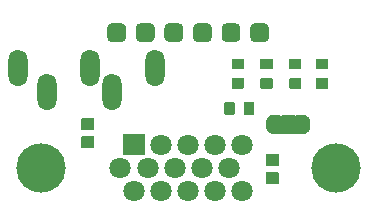
<source format=gbr>
G04 #@! TF.GenerationSoftware,KiCad,Pcbnew,(5.1.8-0-10_14)*
G04 #@! TF.CreationDate,2021-09-18T16:08:48-04:00*
G04 #@! TF.ProjectId,SNES2VGA,534e4553-3256-4474-912e-6b696361645f,1*
G04 #@! TF.SameCoordinates,Original*
G04 #@! TF.FileFunction,Soldermask,Top*
G04 #@! TF.FilePolarity,Negative*
%FSLAX46Y46*%
G04 Gerber Fmt 4.6, Leading zero omitted, Abs format (unit mm)*
G04 Created by KiCad (PCBNEW (5.1.8-0-10_14)) date 2021-09-18 16:08:48*
%MOMM*%
%LPD*%
G01*
G04 APERTURE LIST*
%ADD10C,0.100000*%
%ADD11O,1.609600X3.117600*%
%ADD12C,1.801600*%
%ADD13C,4.167600*%
%ADD14C,0.152400*%
G04 APERTURE END LIST*
D10*
G36*
X150220000Y-104000000D02*
G01*
X148560000Y-104000000D01*
X148560000Y-102600000D01*
X150220000Y-102600000D01*
X150220000Y-104000000D01*
G37*
X150220000Y-104000000D02*
X148560000Y-104000000D01*
X148560000Y-102600000D01*
X150220000Y-102600000D01*
X150220000Y-104000000D01*
G36*
G01*
X131945000Y-102764200D02*
X132915000Y-102764200D01*
G75*
G02*
X132965800Y-102815000I0J-50800D01*
G01*
X132965800Y-103735000D01*
G75*
G02*
X132915000Y-103785800I-50800J0D01*
G01*
X131945000Y-103785800D01*
G75*
G02*
X131894200Y-103735000I0J50800D01*
G01*
X131894200Y-102815000D01*
G75*
G02*
X131945000Y-102764200I50800J0D01*
G01*
G37*
G36*
G01*
X131945000Y-104314200D02*
X132915000Y-104314200D01*
G75*
G02*
X132965800Y-104365000I0J-50800D01*
G01*
X132965800Y-105285000D01*
G75*
G02*
X132915000Y-105335800I-50800J0D01*
G01*
X131945000Y-105335800D01*
G75*
G02*
X131894200Y-105285000I0J50800D01*
G01*
X131894200Y-104365000D01*
G75*
G02*
X131945000Y-104314200I50800J0D01*
G01*
G37*
G36*
G01*
X147575000Y-105799200D02*
X148545000Y-105799200D01*
G75*
G02*
X148595800Y-105850000I0J-50800D01*
G01*
X148595800Y-106770000D01*
G75*
G02*
X148545000Y-106820800I-50800J0D01*
G01*
X147575000Y-106820800D01*
G75*
G02*
X147524200Y-106770000I0J50800D01*
G01*
X147524200Y-105850000D01*
G75*
G02*
X147575000Y-105799200I50800J0D01*
G01*
G37*
G36*
G01*
X147575000Y-107349200D02*
X148545000Y-107349200D01*
G75*
G02*
X148595800Y-107400000I0J-50800D01*
G01*
X148595800Y-108320000D01*
G75*
G02*
X148545000Y-108370800I-50800J0D01*
G01*
X147575000Y-108370800D01*
G75*
G02*
X147524200Y-108320000I0J50800D01*
G01*
X147524200Y-107400000D01*
G75*
G02*
X147575000Y-107349200I50800J0D01*
G01*
G37*
D11*
X126550000Y-98550000D03*
X128950000Y-100550000D03*
X132650000Y-98550000D03*
X134450000Y-100550000D03*
X138150000Y-98550000D03*
G36*
G01*
X146179200Y-95940400D02*
X146179200Y-95139600D01*
G75*
G02*
X146579600Y-94739200I400400J0D01*
G01*
X147380400Y-94739200D01*
G75*
G02*
X147780800Y-95139600I0J-400400D01*
G01*
X147780800Y-95940400D01*
G75*
G02*
X147380400Y-96340800I-400400J0D01*
G01*
X146579600Y-96340800D01*
G75*
G02*
X146179200Y-95940400I0J400400D01*
G01*
G37*
G36*
G01*
X143759200Y-95940400D02*
X143759200Y-95139600D01*
G75*
G02*
X144159600Y-94739200I400400J0D01*
G01*
X144960400Y-94739200D01*
G75*
G02*
X145360800Y-95139600I0J-400400D01*
G01*
X145360800Y-95940400D01*
G75*
G02*
X144960400Y-96340800I-400400J0D01*
G01*
X144159600Y-96340800D01*
G75*
G02*
X143759200Y-95940400I0J400400D01*
G01*
G37*
G36*
G01*
X141339200Y-95940400D02*
X141339200Y-95139600D01*
G75*
G02*
X141739600Y-94739200I400400J0D01*
G01*
X142540400Y-94739200D01*
G75*
G02*
X142940800Y-95139600I0J-400400D01*
G01*
X142940800Y-95940400D01*
G75*
G02*
X142540400Y-96340800I-400400J0D01*
G01*
X141739600Y-96340800D01*
G75*
G02*
X141339200Y-95940400I0J400400D01*
G01*
G37*
G36*
G01*
X138919200Y-95940400D02*
X138919200Y-95139600D01*
G75*
G02*
X139319600Y-94739200I400400J0D01*
G01*
X140120400Y-94739200D01*
G75*
G02*
X140520800Y-95139600I0J-400400D01*
G01*
X140520800Y-95940400D01*
G75*
G02*
X140120400Y-96340800I-400400J0D01*
G01*
X139319600Y-96340800D01*
G75*
G02*
X138919200Y-95940400I0J400400D01*
G01*
G37*
G36*
G01*
X136499200Y-95940400D02*
X136499200Y-95139600D01*
G75*
G02*
X136899600Y-94739200I400400J0D01*
G01*
X137700400Y-94739200D01*
G75*
G02*
X138100800Y-95139600I0J-400400D01*
G01*
X138100800Y-95940400D01*
G75*
G02*
X137700400Y-96340800I-400400J0D01*
G01*
X136899600Y-96340800D01*
G75*
G02*
X136499200Y-95940400I0J400400D01*
G01*
G37*
G36*
G01*
X134079200Y-95940400D02*
X134079200Y-95139600D01*
G75*
G02*
X134479600Y-94739200I400400J0D01*
G01*
X135280400Y-94739200D01*
G75*
G02*
X135680800Y-95139600I0J-400400D01*
G01*
X135680800Y-95940400D01*
G75*
G02*
X135280400Y-96340800I-400400J0D01*
G01*
X134479600Y-96340800D01*
G75*
G02*
X134079200Y-95940400I0J400400D01*
G01*
G37*
D12*
X145505000Y-108980000D03*
X143215000Y-108980000D03*
X140925000Y-108980000D03*
X138635000Y-108980000D03*
X136345000Y-108980000D03*
X144360000Y-107000000D03*
X142070000Y-107000000D03*
X139780000Y-107000000D03*
X137490000Y-107000000D03*
X135200000Y-107000000D03*
X145505000Y-105020000D03*
X143215000Y-105020000D03*
X140925000Y-105020000D03*
X138635000Y-105020000D03*
D13*
X153420000Y-107000000D03*
X128430000Y-107000000D03*
G36*
G01*
X135444200Y-105870000D02*
X135444200Y-104170000D01*
G75*
G02*
X135495000Y-104119200I50800J0D01*
G01*
X137195000Y-104119200D01*
G75*
G02*
X137245800Y-104170000I0J-50800D01*
G01*
X137245800Y-105870000D01*
G75*
G02*
X137195000Y-105920800I-50800J0D01*
G01*
X135495000Y-105920800D01*
G75*
G02*
X135444200Y-105870000I0J50800D01*
G01*
G37*
G36*
G01*
X143984200Y-102425000D02*
X143984200Y-101495000D01*
G75*
G02*
X144035000Y-101444200I50800J0D01*
G01*
X144825000Y-101444200D01*
G75*
G02*
X144875800Y-101495000I0J-50800D01*
G01*
X144875800Y-102425000D01*
G75*
G02*
X144825000Y-102475800I-50800J0D01*
G01*
X144035000Y-102475800D01*
G75*
G02*
X143984200Y-102425000I0J50800D01*
G01*
G37*
G36*
G01*
X145624200Y-102425000D02*
X145624200Y-101495000D01*
G75*
G02*
X145675000Y-101444200I50800J0D01*
G01*
X146465000Y-101444200D01*
G75*
G02*
X146515800Y-101495000I0J-50800D01*
G01*
X146515800Y-102425000D01*
G75*
G02*
X146465000Y-102475800I-50800J0D01*
G01*
X145675000Y-102475800D01*
G75*
G02*
X145624200Y-102425000I0J50800D01*
G01*
G37*
G36*
G01*
X145595000Y-100285800D02*
X144665000Y-100285800D01*
G75*
G02*
X144614200Y-100235000I0J50800D01*
G01*
X144614200Y-99445000D01*
G75*
G02*
X144665000Y-99394200I50800J0D01*
G01*
X145595000Y-99394200D01*
G75*
G02*
X145645800Y-99445000I0J-50800D01*
G01*
X145645800Y-100235000D01*
G75*
G02*
X145595000Y-100285800I-50800J0D01*
G01*
G37*
G36*
G01*
X145595000Y-98645800D02*
X144665000Y-98645800D01*
G75*
G02*
X144614200Y-98595000I0J50800D01*
G01*
X144614200Y-97805000D01*
G75*
G02*
X144665000Y-97754200I50800J0D01*
G01*
X145595000Y-97754200D01*
G75*
G02*
X145645800Y-97805000I0J-50800D01*
G01*
X145645800Y-98595000D01*
G75*
G02*
X145595000Y-98645800I-50800J0D01*
G01*
G37*
G36*
G01*
X148025000Y-100285800D02*
X147095000Y-100285800D01*
G75*
G02*
X147044200Y-100235000I0J50800D01*
G01*
X147044200Y-99445000D01*
G75*
G02*
X147095000Y-99394200I50800J0D01*
G01*
X148025000Y-99394200D01*
G75*
G02*
X148075800Y-99445000I0J-50800D01*
G01*
X148075800Y-100235000D01*
G75*
G02*
X148025000Y-100285800I-50800J0D01*
G01*
G37*
G36*
G01*
X148025000Y-98645800D02*
X147095000Y-98645800D01*
G75*
G02*
X147044200Y-98595000I0J50800D01*
G01*
X147044200Y-97805000D01*
G75*
G02*
X147095000Y-97754200I50800J0D01*
G01*
X148025000Y-97754200D01*
G75*
G02*
X148075800Y-97805000I0J-50800D01*
G01*
X148075800Y-98595000D01*
G75*
G02*
X148025000Y-98645800I-50800J0D01*
G01*
G37*
G36*
G01*
X150475000Y-100285800D02*
X149545000Y-100285800D01*
G75*
G02*
X149494200Y-100235000I0J50800D01*
G01*
X149494200Y-99445000D01*
G75*
G02*
X149545000Y-99394200I50800J0D01*
G01*
X150475000Y-99394200D01*
G75*
G02*
X150525800Y-99445000I0J-50800D01*
G01*
X150525800Y-100235000D01*
G75*
G02*
X150475000Y-100285800I-50800J0D01*
G01*
G37*
G36*
G01*
X150475000Y-98645800D02*
X149545000Y-98645800D01*
G75*
G02*
X149494200Y-98595000I0J50800D01*
G01*
X149494200Y-97805000D01*
G75*
G02*
X149545000Y-97754200I50800J0D01*
G01*
X150475000Y-97754200D01*
G75*
G02*
X150525800Y-97805000I0J-50800D01*
G01*
X150525800Y-98595000D01*
G75*
G02*
X150475000Y-98645800I-50800J0D01*
G01*
G37*
G36*
G01*
X152735000Y-100285800D02*
X151805000Y-100285800D01*
G75*
G02*
X151754200Y-100235000I0J50800D01*
G01*
X151754200Y-99445000D01*
G75*
G02*
X151805000Y-99394200I50800J0D01*
G01*
X152735000Y-99394200D01*
G75*
G02*
X152785800Y-99445000I0J-50800D01*
G01*
X152785800Y-100235000D01*
G75*
G02*
X152735000Y-100285800I-50800J0D01*
G01*
G37*
G36*
G01*
X152735000Y-98645800D02*
X151805000Y-98645800D01*
G75*
G02*
X151754200Y-98595000I0J50800D01*
G01*
X151754200Y-97805000D01*
G75*
G02*
X151805000Y-97754200I50800J0D01*
G01*
X152735000Y-97754200D01*
G75*
G02*
X152785800Y-97805000I0J-50800D01*
G01*
X152785800Y-98595000D01*
G75*
G02*
X152735000Y-98645800I-50800J0D01*
G01*
G37*
D14*
G36*
X148649911Y-102500176D02*
G01*
X148659440Y-102503067D01*
X148668223Y-102507761D01*
X148675921Y-102514079D01*
X148682239Y-102521777D01*
X148686933Y-102530560D01*
X148689824Y-102540089D01*
X148690800Y-102550000D01*
X148690800Y-104050000D01*
X148689824Y-104059911D01*
X148686933Y-104069440D01*
X148682239Y-104078223D01*
X148675921Y-104085921D01*
X148668223Y-104092239D01*
X148659440Y-104096933D01*
X148649911Y-104099824D01*
X148640000Y-104100800D01*
X148090000Y-104100800D01*
X148083887Y-104100198D01*
X148065466Y-104100198D01*
X148060486Y-104099953D01*
X148011655Y-104095143D01*
X148006725Y-104094412D01*
X147958600Y-104084840D01*
X147953763Y-104083628D01*
X147906808Y-104069384D01*
X147902115Y-104067705D01*
X147856782Y-104048928D01*
X147852274Y-104046796D01*
X147809001Y-104023665D01*
X147804727Y-104021103D01*
X147763928Y-103993843D01*
X147759923Y-103990873D01*
X147721994Y-103959745D01*
X147718300Y-103956397D01*
X147683603Y-103921700D01*
X147680255Y-103918006D01*
X147649127Y-103880077D01*
X147646157Y-103876072D01*
X147618897Y-103835273D01*
X147616335Y-103830999D01*
X147593204Y-103787726D01*
X147591072Y-103783218D01*
X147572295Y-103737885D01*
X147570616Y-103733192D01*
X147556372Y-103686237D01*
X147555160Y-103681400D01*
X147545588Y-103633275D01*
X147544857Y-103628345D01*
X147540047Y-103579514D01*
X147539802Y-103574534D01*
X147539802Y-103556113D01*
X147539200Y-103550000D01*
X147539200Y-103050000D01*
X147539802Y-103043887D01*
X147539802Y-103025466D01*
X147540047Y-103020486D01*
X147544857Y-102971655D01*
X147545588Y-102966725D01*
X147555160Y-102918600D01*
X147556372Y-102913763D01*
X147570616Y-102866808D01*
X147572295Y-102862115D01*
X147591072Y-102816782D01*
X147593204Y-102812274D01*
X147616335Y-102769001D01*
X147618897Y-102764727D01*
X147646157Y-102723928D01*
X147649127Y-102719923D01*
X147680255Y-102681994D01*
X147683603Y-102678300D01*
X147718300Y-102643603D01*
X147721994Y-102640255D01*
X147759923Y-102609127D01*
X147763928Y-102606157D01*
X147804727Y-102578897D01*
X147809001Y-102576335D01*
X147852274Y-102553204D01*
X147856782Y-102551072D01*
X147902115Y-102532295D01*
X147906808Y-102530616D01*
X147953763Y-102516372D01*
X147958600Y-102515160D01*
X148006725Y-102505588D01*
X148011655Y-102504857D01*
X148060486Y-102500047D01*
X148065466Y-102499802D01*
X148083887Y-102499802D01*
X148090000Y-102499200D01*
X148640000Y-102499200D01*
X148649911Y-102500176D01*
G37*
G36*
X150696113Y-102499802D02*
G01*
X150714534Y-102499802D01*
X150719514Y-102500047D01*
X150768345Y-102504857D01*
X150773275Y-102505588D01*
X150821400Y-102515160D01*
X150826237Y-102516372D01*
X150873192Y-102530616D01*
X150877885Y-102532295D01*
X150923218Y-102551072D01*
X150927726Y-102553204D01*
X150970999Y-102576335D01*
X150975273Y-102578897D01*
X151016072Y-102606157D01*
X151020077Y-102609127D01*
X151058006Y-102640255D01*
X151061700Y-102643603D01*
X151096397Y-102678300D01*
X151099745Y-102681994D01*
X151130873Y-102719923D01*
X151133843Y-102723928D01*
X151161103Y-102764727D01*
X151163665Y-102769001D01*
X151186796Y-102812274D01*
X151188928Y-102816782D01*
X151207705Y-102862115D01*
X151209384Y-102866808D01*
X151223628Y-102913763D01*
X151224840Y-102918600D01*
X151234412Y-102966725D01*
X151235143Y-102971655D01*
X151239953Y-103020486D01*
X151240198Y-103025466D01*
X151240198Y-103043887D01*
X151240800Y-103050000D01*
X151240800Y-103550000D01*
X151240198Y-103556113D01*
X151240198Y-103574534D01*
X151239953Y-103579514D01*
X151235143Y-103628345D01*
X151234412Y-103633275D01*
X151224840Y-103681400D01*
X151223628Y-103686237D01*
X151209384Y-103733192D01*
X151207705Y-103737885D01*
X151188928Y-103783218D01*
X151186796Y-103787726D01*
X151163665Y-103830999D01*
X151161103Y-103835273D01*
X151133843Y-103876072D01*
X151130873Y-103880077D01*
X151099745Y-103918006D01*
X151096397Y-103921700D01*
X151061700Y-103956397D01*
X151058006Y-103959745D01*
X151020077Y-103990873D01*
X151016072Y-103993843D01*
X150975273Y-104021103D01*
X150970999Y-104023665D01*
X150927726Y-104046796D01*
X150923218Y-104048928D01*
X150877885Y-104067705D01*
X150873192Y-104069384D01*
X150826237Y-104083628D01*
X150821400Y-104084840D01*
X150773275Y-104094412D01*
X150768345Y-104095143D01*
X150719514Y-104099953D01*
X150714534Y-104100198D01*
X150696113Y-104100198D01*
X150690000Y-104100800D01*
X150140000Y-104100800D01*
X150130089Y-104099824D01*
X150120560Y-104096933D01*
X150111777Y-104092239D01*
X150104079Y-104085921D01*
X150097761Y-104078223D01*
X150093067Y-104069440D01*
X150090176Y-104059911D01*
X150089200Y-104050000D01*
X150089200Y-102550000D01*
X150090176Y-102540089D01*
X150093067Y-102530560D01*
X150097761Y-102521777D01*
X150104079Y-102514079D01*
X150111777Y-102507761D01*
X150120560Y-102503067D01*
X150130089Y-102500176D01*
X150140000Y-102499200D01*
X150690000Y-102499200D01*
X150696113Y-102499802D01*
G37*
G36*
G01*
X148839200Y-104050000D02*
X148839200Y-102550000D01*
G75*
G02*
X148890000Y-102499200I50800J0D01*
G01*
X149890000Y-102499200D01*
G75*
G02*
X149940800Y-102550000I0J-50800D01*
G01*
X149940800Y-104050000D01*
G75*
G02*
X149890000Y-104100800I-50800J0D01*
G01*
X148890000Y-104100800D01*
G75*
G02*
X148839200Y-104050000I0J50800D01*
G01*
G37*
M02*

</source>
